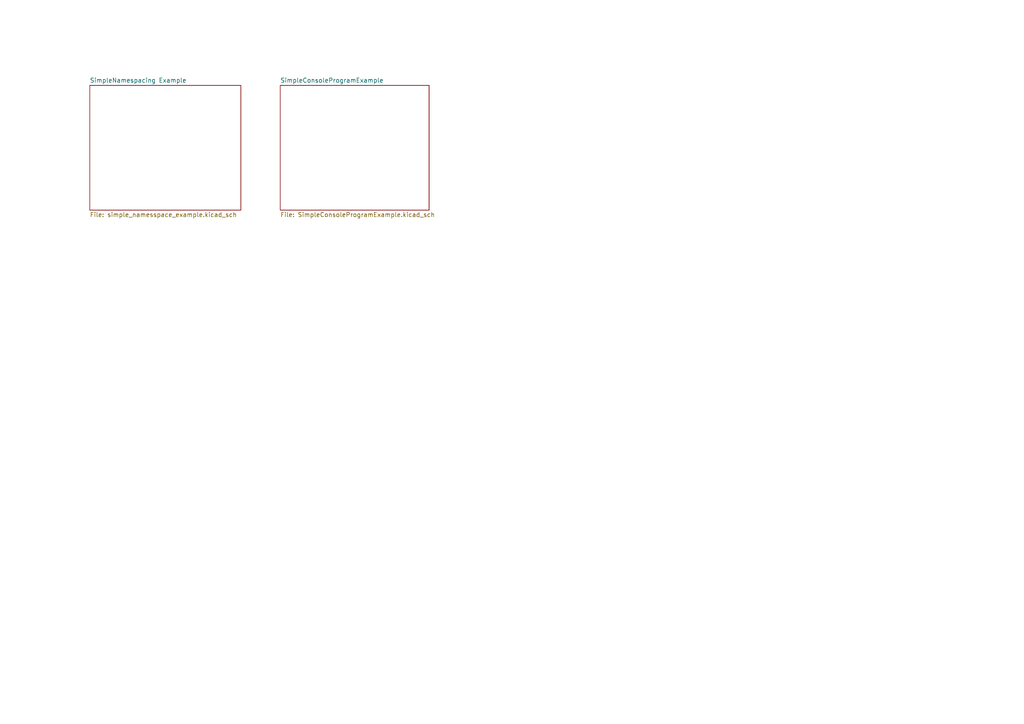
<source format=kicad_sch>
(kicad_sch (version 20230121) (generator eeschema)
  (paper "A4")
  (lib_symbols)
  (sheet (at 81.28 24.765) (size 43.18 36.195) (stroke (width 0.1524))
    (property "Sheetname" "SimpleConsoleProgramExample" (at 81.28 24.0534 0) (effects (justify left bottom)))
    (property "Sheetfile" "SimpleConsoleProgramExample.kicad_sch" (at 81.28 61.5446 0) (effects (justify left top)))
  )
  (sheet (at 26.035 24.765) (size 43.815 36.195) (stroke (width 0.1524))
    (property "Sheetname" "SimpleNamespacing Example" (at 26.035 24.0534 0) (effects (justify left bottom)))
    (property "Sheetfile" "simple_namesspace_example.kicad_sch" (at 26.035 61.5446 0) (effects (justify left top)))
  )
)
</source>
